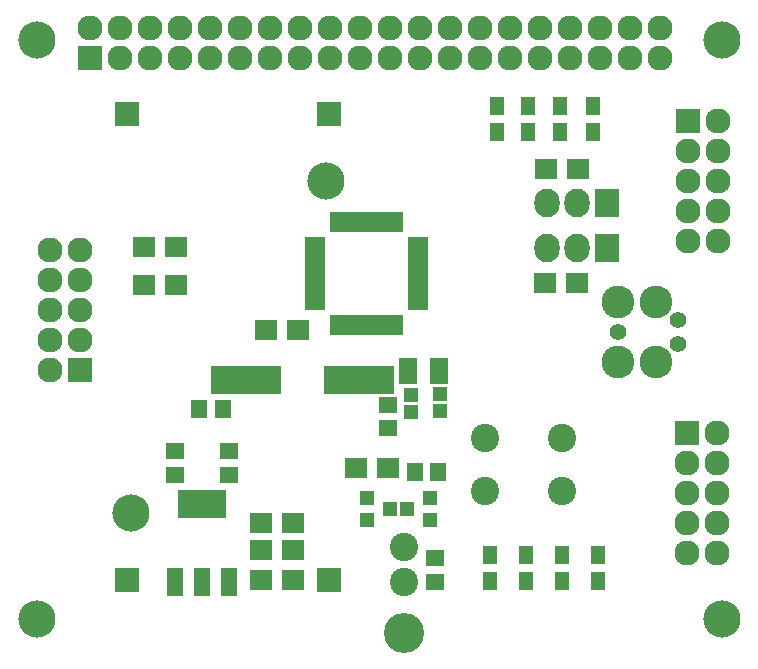
<source format=gbr>
G04 #@! TF.FileFunction,Soldermask,Bot*
%FSLAX46Y46*%
G04 Gerber Fmt 4.6, Leading zero omitted, Abs format (unit mm)*
G04 Created by KiCad (PCBNEW 4.0.1-stable) date 12-Feb-16 11:10:28 AM*
%MOMM*%
G01*
G04 APERTURE LIST*
%ADD10C,0.100000*%
%ADD11C,3.150000*%
%ADD12R,2.127200X2.127200*%
%ADD13C,2.127200*%
%ADD14R,1.650000X1.400000*%
%ADD15R,1.400000X1.650000*%
%ADD16R,2.127200X2.432000*%
%ADD17O,2.127200X2.432000*%
%ADD18C,1.391000*%
%ADD19C,2.775000*%
%ADD20R,1.200100X1.200100*%
%ADD21R,1.900000X1.700000*%
%ADD22R,0.650000X1.700000*%
%ADD23R,1.700000X0.650000*%
%ADD24R,4.057600X2.432000*%
%ADD25R,1.416000X2.432000*%
%ADD26O,2.127200X2.127200*%
%ADD27R,1.150000X1.200000*%
%ADD28C,2.400000*%
%ADD29C,3.400000*%
%ADD30R,1.300000X1.600000*%
%ADD31R,5.900000X2.400000*%
%ADD32R,1.600000X2.200000*%
G04 APERTURE END LIST*
D10*
D11*
X10000Y0D03*
X58010000Y0D03*
X10000Y-49000000D03*
X58010000Y-49000000D03*
D12*
X4510000Y-1500000D03*
D13*
X4510000Y1040000D03*
X7050000Y-1500000D03*
X7050000Y1040000D03*
X9590000Y-1500000D03*
X9590000Y1040000D03*
X12130000Y-1500000D03*
X12130000Y1040000D03*
X14670000Y-1500000D03*
X14670000Y1040000D03*
X17210000Y-1500000D03*
X17210000Y1040000D03*
X19750000Y-1500000D03*
X19750000Y1040000D03*
X22290000Y-1500000D03*
X22290000Y1040000D03*
X24830000Y-1500000D03*
X24830000Y1040000D03*
X27370000Y-1500000D03*
X27370000Y1040000D03*
X29910000Y-1500000D03*
X29910000Y1040000D03*
X32450000Y-1500000D03*
X32450000Y1040000D03*
X34990000Y-1500000D03*
X34990000Y1040000D03*
X37530000Y-1500000D03*
X37530000Y1040000D03*
X40070000Y-1500000D03*
X40070000Y1040000D03*
X42610000Y-1500000D03*
X42610000Y1040000D03*
X45150000Y-1500000D03*
X45150000Y1040000D03*
X47690000Y-1500000D03*
X47690000Y1040000D03*
X50230000Y-1500000D03*
X50230000Y1040000D03*
X52770000Y-1500000D03*
X52770000Y1040000D03*
D14*
X33710000Y-45850000D03*
X33710000Y-43850000D03*
X11694000Y-36814000D03*
X11694000Y-34814000D03*
X16266000Y-36814000D03*
X16266000Y-34814000D03*
X29750000Y-30850000D03*
X29750000Y-32850000D03*
D15*
X15790000Y-31240000D03*
X13790000Y-31240000D03*
X32030000Y-36576000D03*
X34030000Y-36576000D03*
D16*
X48332000Y-13806000D03*
D17*
X45792000Y-13806000D03*
X43252000Y-13806000D03*
D16*
X48332000Y-17616000D03*
D17*
X45792000Y-17616000D03*
X43252000Y-17616000D03*
D18*
X49250000Y-24700000D03*
X54330000Y-23684000D03*
X54330000Y-25716000D03*
D19*
X49250000Y-22160000D03*
X52425000Y-22160000D03*
X49250000Y-27240000D03*
X52425000Y-27240000D03*
D20*
X33350760Y-38750000D03*
X33350760Y-40650000D03*
X31351780Y-39700000D03*
X27949240Y-40650000D03*
X27949240Y-38750000D03*
X29948220Y-39700000D03*
D21*
X29730000Y-36190000D03*
X27030000Y-36190000D03*
X18980000Y-40894000D03*
X21680000Y-40894000D03*
X45820000Y-10910000D03*
X43120000Y-10910000D03*
X45760000Y-20550000D03*
X43060000Y-20550000D03*
X22110000Y-24570000D03*
X19410000Y-24570000D03*
X11800000Y-17500000D03*
X9100000Y-17500000D03*
X11800000Y-20700000D03*
X9100000Y-20700000D03*
D12*
X7630000Y-45720000D03*
D11*
X8011000Y-40005000D03*
X24521000Y-11938000D03*
D12*
X24775000Y-45720000D03*
X7630000Y-6223000D03*
X24775000Y-6223000D03*
D22*
X30665000Y-24105000D03*
X30165000Y-24105000D03*
X29665000Y-24105000D03*
X29165000Y-24105000D03*
X28665000Y-24105000D03*
X28165000Y-24105000D03*
X27665000Y-24105000D03*
X27165000Y-24105000D03*
X26665000Y-24105000D03*
X26165000Y-24105000D03*
X25665000Y-24105000D03*
X25165000Y-24105000D03*
D23*
X23565000Y-22505000D03*
X23565000Y-22005000D03*
X23565000Y-21505000D03*
X23565000Y-21005000D03*
X23565000Y-20505000D03*
X23565000Y-20005000D03*
X23565000Y-19505000D03*
X23565000Y-19005000D03*
X23565000Y-18505000D03*
X23565000Y-18005000D03*
X23565000Y-17505000D03*
X23565000Y-17005000D03*
D22*
X25165000Y-15405000D03*
X25665000Y-15405000D03*
X26165000Y-15405000D03*
X26665000Y-15405000D03*
X27165000Y-15405000D03*
X27665000Y-15405000D03*
X28165000Y-15405000D03*
X28665000Y-15405000D03*
X29165000Y-15405000D03*
X29665000Y-15405000D03*
X30165000Y-15405000D03*
X30665000Y-15405000D03*
D23*
X32265000Y-17005000D03*
X32265000Y-17505000D03*
X32265000Y-18005000D03*
X32265000Y-18505000D03*
X32265000Y-19005000D03*
X32265000Y-19505000D03*
X32265000Y-20005000D03*
X32265000Y-20505000D03*
X32265000Y-21005000D03*
X32265000Y-21505000D03*
X32265000Y-22005000D03*
X32265000Y-22505000D03*
D21*
X18980000Y-43180000D03*
X21680000Y-43180000D03*
X18980000Y-45720000D03*
X21680000Y-45720000D03*
D24*
X13980000Y-39243000D03*
D25*
X13980000Y-45847000D03*
X11694000Y-45847000D03*
X16266000Y-45847000D03*
D12*
X55140000Y-6810000D03*
D26*
X57680000Y-6810000D03*
X55140000Y-9350000D03*
X57680000Y-9350000D03*
X55140000Y-11890000D03*
X57680000Y-11890000D03*
X55140000Y-14430000D03*
X57680000Y-14430000D03*
X55140000Y-16970000D03*
X57680000Y-16970000D03*
D12*
X3650000Y-27890000D03*
D26*
X1110000Y-27890000D03*
X3650000Y-25350000D03*
X1110000Y-25350000D03*
X3650000Y-22810000D03*
X1110000Y-22810000D03*
X3650000Y-20270000D03*
X1110000Y-20270000D03*
X3650000Y-17730000D03*
X1110000Y-17730000D03*
D12*
X55100000Y-33290000D03*
D26*
X57640000Y-33290000D03*
X55100000Y-35830000D03*
X57640000Y-35830000D03*
X55100000Y-38370000D03*
X57640000Y-38370000D03*
X55100000Y-40910000D03*
X57640000Y-40910000D03*
X55100000Y-43450000D03*
X57640000Y-43450000D03*
D27*
X34160000Y-29920000D03*
X34160000Y-31420000D03*
X31690000Y-30010000D03*
X31690000Y-31510000D03*
D28*
X31140000Y-42870000D03*
X31140000Y-45870000D03*
D29*
X31140000Y-50190000D03*
D30*
X47520000Y-45800000D03*
X47520000Y-43600000D03*
X38360000Y-45800000D03*
X38360000Y-43600000D03*
X41650000Y-5600000D03*
X41650000Y-7800000D03*
X38950000Y-5600000D03*
X38950000Y-7800000D03*
X47150000Y-5600000D03*
X47150000Y-7800000D03*
X44350000Y-5600000D03*
X44350000Y-7800000D03*
X41420000Y-45800000D03*
X41420000Y-43600000D03*
X44460000Y-43610000D03*
X44460000Y-45810000D03*
D28*
X37970000Y-33660000D03*
X44470000Y-33660000D03*
X37970000Y-38160000D03*
X44470000Y-38160000D03*
D31*
X27270000Y-28800000D03*
X17770000Y-28800000D03*
D32*
X34110000Y-27970000D03*
X31410000Y-27970000D03*
M02*

</source>
